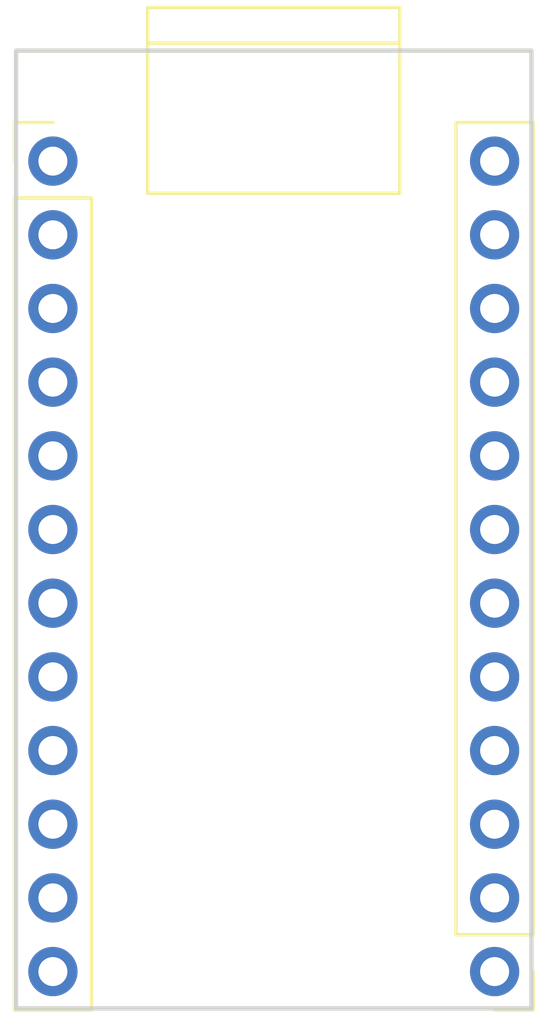
<source format=kicad_pcb>
(kicad_pcb (version 4) (host pcbnew 4.0.7)

  (general
    (links 2)
    (no_connects 2)
    (area 126.924999 76.124999 144.855001 109.295001)
    (thickness 1.6)
    (drawings 8)
    (tracks 0)
    (zones 0)
    (modules 3)
    (nets 23)
  )

  (page A4)
  (layers
    (0 F.Cu signal)
    (31 B.Cu signal)
    (32 B.Adhes user)
    (33 F.Adhes user)
    (34 B.Paste user)
    (35 F.Paste user)
    (36 B.SilkS user)
    (37 F.SilkS user)
    (38 B.Mask user)
    (39 F.Mask user)
    (40 Dwgs.User user)
    (41 Cmts.User user)
    (42 Eco1.User user)
    (43 Eco2.User user)
    (44 Edge.Cuts user)
    (45 Margin user)
    (46 B.CrtYd user)
    (47 F.CrtYd user)
    (48 B.Fab user)
    (49 F.Fab user)
  )

  (setup
    (last_trace_width 0.25)
    (trace_clearance 0.2)
    (zone_clearance 0.508)
    (zone_45_only no)
    (trace_min 0.2)
    (segment_width 0.2)
    (edge_width 0.15)
    (via_size 0.6)
    (via_drill 0.4)
    (via_min_size 0.4)
    (via_min_drill 0.3)
    (uvia_size 0.3)
    (uvia_drill 0.1)
    (uvias_allowed no)
    (uvia_min_size 0.2)
    (uvia_min_drill 0.1)
    (pcb_text_width 0.3)
    (pcb_text_size 1.5 1.5)
    (mod_edge_width 0.15)
    (mod_text_size 1 1)
    (mod_text_width 0.15)
    (pad_size 1.7 1.7)
    (pad_drill 1)
    (pad_to_mask_clearance 0.2)
    (aux_axis_origin 144.78 134.62)
    (grid_origin 144.78 134.62)
    (visible_elements FFFFFF7F)
    (pcbplotparams
      (layerselection 0x00030_80000001)
      (usegerberextensions false)
      (excludeedgelayer true)
      (linewidth 0.100000)
      (plotframeref false)
      (viasonmask false)
      (mode 1)
      (useauxorigin false)
      (hpglpennumber 1)
      (hpglpenspeed 20)
      (hpglpendiameter 15)
      (hpglpenoverlay 2)
      (psnegative false)
      (psa4output false)
      (plotreference true)
      (plotvalue true)
      (plotinvisibletext false)
      (padsonsilk false)
      (subtractmaskfromsilk false)
      (outputformat 1)
      (mirror false)
      (drillshape 1)
      (scaleselection 1)
      (outputdirectory ""))
  )

  (net 0 "")
  (net 1 /TX0)
  (net 2 /RXI)
  (net 3 GND)
  (net 4 /2)
  (net 5 /3)
  (net 6 /4)
  (net 7 /5)
  (net 8 /6)
  (net 9 /7)
  (net 10 /8)
  (net 11 /9)
  (net 12 /10)
  (net 13 /16)
  (net 14 /14)
  (net 15 /15)
  (net 16 /A0)
  (net 17 /A1)
  (net 18 /A2)
  (net 19 /A3)
  (net 20 VCC)
  (net 21 /RESET)
  (net 22 /RAW)

  (net_class Default "This is the default net class."
    (clearance 0.2)
    (trace_width 0.25)
    (via_dia 0.6)
    (via_drill 0.4)
    (uvia_dia 0.3)
    (uvia_drill 0.1)
    (add_net /10)
    (add_net /14)
    (add_net /15)
    (add_net /16)
    (add_net /2)
    (add_net /3)
    (add_net /4)
    (add_net /5)
    (add_net /6)
    (add_net /7)
    (add_net /8)
    (add_net /9)
    (add_net /A0)
    (add_net /A1)
    (add_net /A2)
    (add_net /A3)
    (add_net /RAW)
    (add_net /RESET)
    (add_net /RXI)
    (add_net /TX0)
    (add_net GND)
    (add_net VCC)
  )

  (module Pin_Headers:Pin_Header_Straight_1x12_Pitch2.54mm (layer F.Cu) (tedit 59EA459C) (tstamp 59EA3BE2)
    (at 143.51 107.95 180)
    (descr "Through hole straight pin header, 1x12, 2.54mm pitch, single row")
    (tags "Through hole pin header THT 1x12 2.54mm single row")
    (path /59E78EC7)
    (fp_text reference J2 (at 0 -2.33 180) (layer F.SilkS) hide
      (effects (font (size 1 1) (thickness 0.15)))
    )
    (fp_text value Analog (at 0 30.27 180) (layer F.Fab) hide
      (effects (font (size 1 1) (thickness 0.15)))
    )
    (fp_line (start -0.635 -1.27) (end 1.27 -1.27) (layer F.Fab) (width 0.1))
    (fp_line (start 1.27 -1.27) (end 1.27 29.21) (layer F.Fab) (width 0.1))
    (fp_line (start 1.27 29.21) (end -1.27 29.21) (layer F.Fab) (width 0.1))
    (fp_line (start -1.27 29.21) (end -1.27 -0.635) (layer F.Fab) (width 0.1))
    (fp_line (start -1.27 -0.635) (end -0.635 -1.27) (layer F.Fab) (width 0.1))
    (fp_line (start -1.33 29.27) (end 1.33 29.27) (layer F.SilkS) (width 0.12))
    (fp_line (start -1.33 1.27) (end -1.33 29.27) (layer F.SilkS) (width 0.12))
    (fp_line (start 1.33 1.27) (end 1.33 29.27) (layer F.SilkS) (width 0.12))
    (fp_line (start -1.33 1.27) (end 1.33 1.27) (layer F.SilkS) (width 0.12))
    (fp_line (start -1.33 0) (end -1.33 -1.33) (layer F.SilkS) (width 0.12))
    (fp_line (start -1.33 -1.33) (end 0 -1.33) (layer F.SilkS) (width 0.12))
    (fp_line (start -1.8 -1.8) (end -1.8 29.75) (layer F.CrtYd) (width 0.05))
    (fp_line (start -1.8 29.75) (end 1.8 29.75) (layer F.CrtYd) (width 0.05))
    (fp_line (start 1.8 29.75) (end 1.8 -1.8) (layer F.CrtYd) (width 0.05))
    (fp_line (start 1.8 -1.8) (end -1.8 -1.8) (layer F.CrtYd) (width 0.05))
    (fp_text user %R (at 0 13.97 270) (layer F.Fab)
      (effects (font (size 1 1) (thickness 0.15)))
    )
    (pad 1 thru_hole circle (at 0 0 180) (size 1.7 1.7) (drill 1) (layers *.Cu *.Mask)
      (net 12 /10))
    (pad 2 thru_hole oval (at 0 2.54 180) (size 1.7 1.7) (drill 1) (layers *.Cu *.Mask)
      (net 13 /16))
    (pad 3 thru_hole oval (at 0 5.08 180) (size 1.7 1.7) (drill 1) (layers *.Cu *.Mask)
      (net 14 /14))
    (pad 4 thru_hole oval (at 0 7.62 180) (size 1.7 1.7) (drill 1) (layers *.Cu *.Mask)
      (net 15 /15))
    (pad 5 thru_hole oval (at 0 10.16 180) (size 1.7 1.7) (drill 1) (layers *.Cu *.Mask)
      (net 16 /A0))
    (pad 6 thru_hole oval (at 0 12.7 180) (size 1.7 1.7) (drill 1) (layers *.Cu *.Mask)
      (net 17 /A1))
    (pad 7 thru_hole oval (at 0 15.24 180) (size 1.7 1.7) (drill 1) (layers *.Cu *.Mask)
      (net 18 /A2))
    (pad 8 thru_hole oval (at 0 17.78 180) (size 1.7 1.7) (drill 1) (layers *.Cu *.Mask)
      (net 19 /A3))
    (pad 9 thru_hole oval (at 0 20.32 180) (size 1.7 1.7) (drill 1) (layers *.Cu *.Mask)
      (net 20 VCC))
    (pad 10 thru_hole oval (at 0 22.86 180) (size 1.7 1.7) (drill 1) (layers *.Cu *.Mask)
      (net 21 /RESET))
    (pad 11 thru_hole oval (at 0 25.4 180) (size 1.7 1.7) (drill 1) (layers *.Cu *.Mask)
      (net 3 GND))
    (pad 12 thru_hole oval (at 0 27.94 180) (size 1.7 1.7) (drill 1) (layers *.Cu *.Mask)
      (net 22 /RAW))
    (model /home/h/projects/kicad-library/template/Arduino_Mini/Socket_Arduino_Mini.3dshapes/Socket_header_Arduino_1x12.wrl
      (at (xyz 0 -0.55 0))
      (scale (xyz 1 1 1))
      (rotate (xyz 0 0 90))
    )
  )

  (module Pin_Headers:Pin_Header_Straight_1x12_Pitch2.54mm (layer F.Cu) (tedit 59EA458E) (tstamp 59EA3BD3)
    (at 128.27 80.01)
    (descr "Through hole straight pin header, 1x12, 2.54mm pitch, single row")
    (tags "Through hole pin header THT 1x12 2.54mm single row")
    (path /59E78E67)
    (fp_text reference J1 (at 0 -2.33) (layer F.SilkS) hide
      (effects (font (size 1 1) (thickness 0.15)))
    )
    (fp_text value Digital (at 0 30.27) (layer F.Fab) hide
      (effects (font (size 1 1) (thickness 0.15)))
    )
    (fp_line (start -0.635 -1.27) (end 1.27 -1.27) (layer F.Fab) (width 0.1))
    (fp_line (start 1.27 -1.27) (end 1.27 29.21) (layer F.Fab) (width 0.1))
    (fp_line (start 1.27 29.21) (end -1.27 29.21) (layer F.Fab) (width 0.1))
    (fp_line (start -1.27 29.21) (end -1.27 -0.635) (layer F.Fab) (width 0.1))
    (fp_line (start -1.27 -0.635) (end -0.635 -1.27) (layer F.Fab) (width 0.1))
    (fp_line (start -1.33 29.27) (end 1.33 29.27) (layer F.SilkS) (width 0.12))
    (fp_line (start -1.33 1.27) (end -1.33 29.27) (layer F.SilkS) (width 0.12))
    (fp_line (start 1.33 1.27) (end 1.33 29.27) (layer F.SilkS) (width 0.12))
    (fp_line (start -1.33 1.27) (end 1.33 1.27) (layer F.SilkS) (width 0.12))
    (fp_line (start -1.33 0) (end -1.33 -1.33) (layer F.SilkS) (width 0.12))
    (fp_line (start -1.33 -1.33) (end 0 -1.33) (layer F.SilkS) (width 0.12))
    (fp_line (start -1.8 -1.8) (end -1.8 29.75) (layer F.CrtYd) (width 0.05))
    (fp_line (start -1.8 29.75) (end 1.8 29.75) (layer F.CrtYd) (width 0.05))
    (fp_line (start 1.8 29.75) (end 1.8 -1.8) (layer F.CrtYd) (width 0.05))
    (fp_line (start 1.8 -1.8) (end -1.8 -1.8) (layer F.CrtYd) (width 0.05))
    (fp_text user %R (at 0 13.97 90) (layer F.Fab)
      (effects (font (size 1 1) (thickness 0.15)))
    )
    (pad 1 thru_hole circle (at 0 0) (size 1.7 1.7) (drill 1) (layers *.Cu *.Mask)
      (net 1 /TX0))
    (pad 2 thru_hole oval (at 0 2.54) (size 1.7 1.7) (drill 1) (layers *.Cu *.Mask)
      (net 2 /RXI))
    (pad 3 thru_hole oval (at 0 5.08) (size 1.7 1.7) (drill 1) (layers *.Cu *.Mask)
      (net 3 GND))
    (pad 4 thru_hole oval (at 0 7.62) (size 1.7 1.7) (drill 1) (layers *.Cu *.Mask)
      (net 3 GND))
    (pad 5 thru_hole oval (at 0 10.16) (size 1.7 1.7) (drill 1) (layers *.Cu *.Mask)
      (net 4 /2))
    (pad 6 thru_hole oval (at 0 12.7) (size 1.7 1.7) (drill 1) (layers *.Cu *.Mask)
      (net 5 /3))
    (pad 7 thru_hole oval (at 0 15.24) (size 1.7 1.7) (drill 1) (layers *.Cu *.Mask)
      (net 6 /4))
    (pad 8 thru_hole oval (at 0 17.78) (size 1.7 1.7) (drill 1) (layers *.Cu *.Mask)
      (net 7 /5))
    (pad 9 thru_hole oval (at 0 20.32) (size 1.7 1.7) (drill 1) (layers *.Cu *.Mask)
      (net 8 /6))
    (pad 10 thru_hole oval (at 0 22.86) (size 1.7 1.7) (drill 1) (layers *.Cu *.Mask)
      (net 9 /7))
    (pad 11 thru_hole oval (at 0 25.4) (size 1.7 1.7) (drill 1) (layers *.Cu *.Mask)
      (net 10 /8))
    (pad 12 thru_hole oval (at 0 27.94) (size 1.7 1.7) (drill 1) (layers *.Cu *.Mask)
      (net 11 /9))
    (model /home/h/projects/kicad-library/template/Arduino_Mini/Socket_Arduino_Mini.3dshapes/Socket_header_Arduino_1x12.wrl
      (at (xyz 0 -0.55 0))
      (scale (xyz 1 1 1))
      (rotate (xyz 0 0 90))
    )
  )

  (module Connectors:USB_Micro-B (layer F.Cu) (tedit 59EA4336) (tstamp 59EA4446)
    (at 135.89 78.74 180)
    (descr "Micro USB Type B Receptacle")
    (tags "USB USB_B USB_micro USB_OTG")
    (attr smd)
    (fp_text reference REF** (at 0 -3.3 180) (layer F.SilkS) hide
      (effects (font (size 1 1) (thickness 0.15)))
    )
    (fp_text value USB_Micro-B (at 0 5.2 180) (layer F.Fab) hide
      (effects (font (size 1 1) (thickness 0.15)))
    )
    (fp_line (start -4.6 -2.59) (end 4.6 -2.59) (layer F.CrtYd) (width 0.05))
    (fp_line (start 4.6 -2.59) (end 4.6 4.26) (layer F.CrtYd) (width 0.05))
    (fp_line (start 4.6 4.26) (end -4.6 4.26) (layer F.CrtYd) (width 0.05))
    (fp_line (start -4.6 4.26) (end -4.6 -2.59) (layer F.CrtYd) (width 0.05))
    (fp_line (start -4.35 4.03) (end 4.35 4.03) (layer F.SilkS) (width 0.12))
    (fp_line (start -4.35 -2.38) (end 4.35 -2.38) (layer F.SilkS) (width 0.12))
    (fp_line (start 4.35 -2.38) (end 4.35 4.03) (layer F.SilkS) (width 0.12))
    (fp_line (start 4.35 2.8) (end -4.35 2.8) (layer F.SilkS) (width 0.12))
    (fp_line (start -4.35 4.03) (end -4.35 -2.38) (layer F.SilkS) (width 0.12))
    (model Connectors_USB.3dshapes/USB_Micro-B_Molex_47346-0001.wrl
      (at (xyz 0 -0.05 0))
      (scale (xyz 1 1 1))
      (rotate (xyz 0 0 0))
    )
  )

  (gr_line (start 144.78 76.2) (end 127 76.2) (angle 90) (layer Dwgs.User) (width 0.2))
  (gr_line (start 144.78 109.22) (end 144.78 76.2) (angle 90) (layer Dwgs.User) (width 0.2))
  (gr_line (start 127 109.22) (end 144.78 109.22) (angle 90) (layer Dwgs.User) (width 0.2))
  (gr_line (start 127 76.2) (end 127 109.22) (angle 90) (layer Dwgs.User) (width 0.2))
  (gr_line (start 144.78 76.2) (end 127 76.2) (angle 90) (layer Edge.Cuts) (width 0.15))
  (gr_line (start 144.78 109.22) (end 144.78 76.2) (angle 90) (layer Edge.Cuts) (width 0.15))
  (gr_line (start 127 109.22) (end 144.78 109.22) (angle 90) (layer Edge.Cuts) (width 0.15))
  (gr_line (start 127 76.2) (end 127 109.22) (angle 90) (layer Edge.Cuts) (width 0.15))

)

</source>
